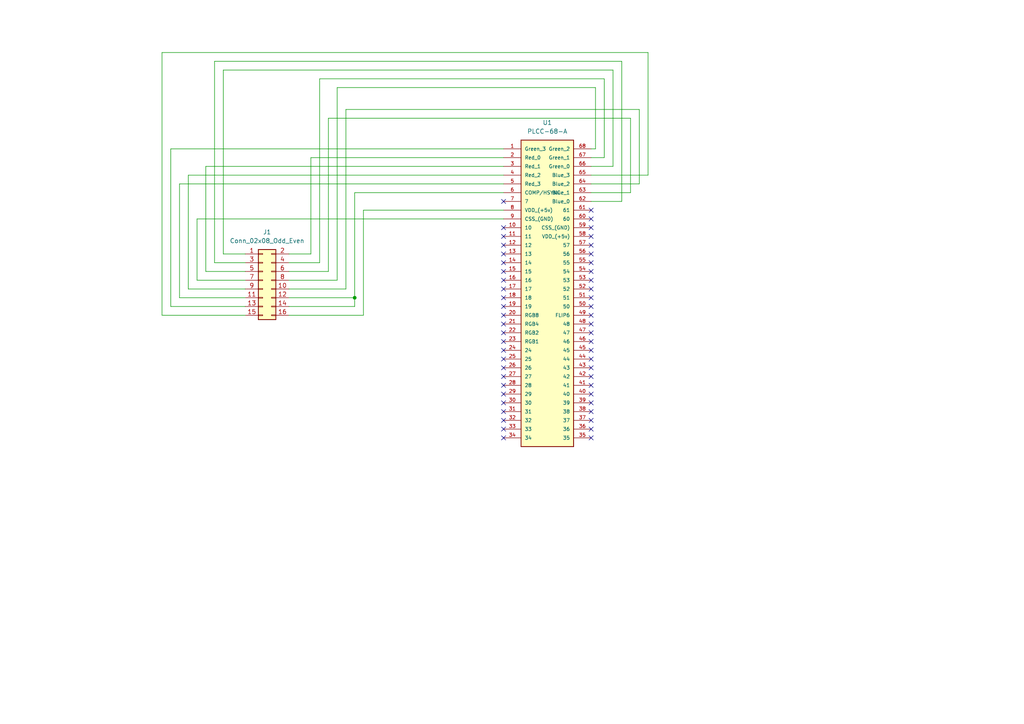
<source format=kicad_sch>
(kicad_sch (version 20230121) (generator eeschema)
  (paper "A4")
  (lib_symbols
    (symbol "Connector_Generic:Conn_02x08_Odd_Even" (pin_names (offset 1.016) hide)
      (property "Reference" "J" (at 1.27 10.16 0))
      (property "Value" "Conn_02x08_Odd_Even" (at 1.27 -12.7 0))
      (symbol "Conn_02x08_Odd_Even_1_1"
        (rectangle (start -1.27 -10.033) (end 0 -10.287) (stroke (width 0.1524)))
        (rectangle (start -1.27 -7.493) (end 0 -7.747) (stroke (width 0.1524)))
        (rectangle (start -1.27 -4.953) (end 0 -5.207) (stroke (width 0.1524)))
        (rectangle (start -1.27 -2.413) (end 0 -2.667) (stroke (width 0.1524)))
        (rectangle (start -1.27 0.127) (end 0 -0.127) (stroke (width 0.1524)))
        (rectangle (start -1.27 2.667) (end 0 2.413) (stroke (width 0.1524)))
        (rectangle (start -1.27 5.207) (end 0 4.953) (stroke (width 0.1524)))
        (rectangle (start -1.27 7.747) (end 0 7.493) (stroke (width 0.1524)))
        (rectangle (start -1.27 8.89) (end 3.81 -11.43) (stroke (width 0.254)) (fill (type background)))
        (rectangle (start 3.81 -10.033) (end 2.54 -10.287) (stroke (width 0.1524)))
        (rectangle (start 3.81 -7.493) (end 2.54 -7.747) (stroke (width 0.1524)))
        (rectangle (start 3.81 -4.953) (end 2.54 -5.207) (stroke (width 0.1524)))
        (rectangle (start 3.81 -2.413) (end 2.54 -2.667) (stroke (width 0.1524)))
        (rectangle (start 3.81 0.127) (end 2.54 -0.127) (stroke (width 0.1524)))
        (rectangle (start 3.81 2.667) (end 2.54 2.413) (stroke (width 0.1524)))
        (rectangle (start 3.81 5.207) (end 2.54 4.953) (stroke (width 0.1524)))
        (rectangle (start 3.81 7.747) (end 2.54 7.493) (stroke (width 0.1524)))
        (pin passive line (at -5.08 7.62 0) (length 3.81) (name "Pin_1") (number "1"))
        (pin passive line (at 7.62 -2.54 180) (length 3.81) (name "Pin_10") (number "10"))
        (pin passive line (at -5.08 -5.08 0) (length 3.81) (name "Pin_11") (number "11"))
        (pin passive line (at 7.62 -5.08 180) (length 3.81) (name "Pin_12") (number "12"))
        (pin passive line (at -5.08 -7.62 0) (length 3.81) (name "Pin_13") (number "13"))
        (pin passive line (at 7.62 -7.62 180) (length 3.81) (name "Pin_14") (number "14"))
        (pin passive line (at -5.08 -10.16 0) (length 3.81) (name "Pin_15") (number "15"))
        (pin passive line (at 7.62 -10.16 180) (length 3.81) (name "Pin_16") (number "16"))
        (pin passive line (at 7.62 7.62 180) (length 3.81) (name "Pin_2") (number "2"))
        (pin passive line (at -5.08 5.08 0) (length 3.81) (name "Pin_3") (number "3"))
        (pin passive line (at 7.62 5.08 180) (length 3.81) (name "Pin_4") (number "4"))
        (pin passive line (at -5.08 2.54 0) (length 3.81) (name "Pin_5") (number "5"))
        (pin passive line (at 7.62 2.54 180) (length 3.81) (name "Pin_6") (number "6"))
        (pin passive line (at -5.08 0 0) (length 3.81) (name "Pin_7") (number "7"))
        (pin passive line (at 7.62 0 180) (length 3.81) (name "Pin_8") (number "8"))
        (pin passive line (at -5.08 -2.54 0) (length 3.81) (name "Pin_9") (number "9"))
      )
    )
    (symbol "PLCC-68-A:PLCC-68-A" (pin_names (offset 1.016))
      (property "Reference" "U1" (at 0 48.26 0))
      (property "Value" "PLCC-68-A" (at 0 45.72 0))
      (symbol "PLCC-68-A_0_0"
        (rectangle (start -7.62 43.18) (end 7.62 -45.72) (stroke (width 0.254)) (fill (type background)))
        (pin passive line (at -12.7 17.78 0) (length 5.08) (name "10") (number "10"))
        (pin passive line (at -12.7 15.24 0) (length 5.08) (name "11") (number "11"))
        (pin passive line (at -12.7 12.7 0) (length 5.08) (name "12") (number "12"))
        (pin passive line (at -12.7 10.16 0) (length 5.08) (name "13") (number "13"))
        (pin passive line (at -12.7 7.62 0) (length 5.08) (name "14") (number "14"))
        (pin passive line (at -12.7 5.08 0) (length 5.08) (name "15") (number "15"))
        (pin passive line (at -12.7 2.54 0) (length 5.08) (name "16") (number "16"))
        (pin passive line (at -12.7 0 0) (length 5.08) (name "17") (number "17"))
        (pin passive line (at -12.7 -2.54 0) (length 5.08) (name "18") (number "18"))
        (pin passive line (at -12.7 -5.08 0) (length 5.08) (name "19") (number "19"))
        (pin passive line (at -12.7 -17.78 0) (length 5.08) (name "24") (number "24"))
        (pin passive line (at -12.7 -20.32 0) (length 5.08) (name "25") (number "25"))
        (pin passive line (at -12.7 -22.86 0) (length 5.08) (name "26") (number "26"))
        (pin passive line (at -12.7 -25.4 0) (length 5.08) (name "27") (number "27"))
        (pin passive line (at -12.7 -27.94 0) (length 5.08) (name "28") (number "28"))
        (pin passive line (at -12.7 -30.48 0) (length 5.08) (name "29") (number "29"))
        (pin passive line (at -12.7 -33.02 0) (length 5.08) (name "30") (number "30"))
        (pin passive line (at -12.7 -35.56 0) (length 5.08) (name "31") (number "31"))
        (pin passive line (at -12.7 -38.1 0) (length 5.08) (name "32") (number "32"))
        (pin passive line (at -12.7 -40.64 0) (length 5.08) (name "33") (number "33"))
        (pin passive line (at -12.7 -43.18 0) (length 5.08) (name "34") (number "34"))
        (pin passive line (at 12.7 -43.18 180) (length 5.08) (name "35") (number "35"))
        (pin passive line (at 12.7 -40.64 180) (length 5.08) (name "36") (number "36"))
        (pin passive line (at 12.7 -38.1 180) (length 5.08) (name "37") (number "37"))
        (pin passive line (at 12.7 -35.56 180) (length 5.08) (name "38") (number "38"))
        (pin passive line (at 12.7 -33.02 180) (length 5.08) (name "39") (number "39"))
        (pin passive line (at 12.7 -30.48 180) (length 5.08) (name "40") (number "40"))
        (pin passive line (at 12.7 -27.94 180) (length 5.08) (name "41") (number "41"))
        (pin passive line (at 12.7 -25.4 180) (length 5.08) (name "42") (number "42"))
        (pin passive line (at 12.7 -22.86 180) (length 5.08) (name "43") (number "43"))
        (pin passive line (at 12.7 -20.32 180) (length 5.08) (name "44") (number "44"))
        (pin passive line (at 12.7 -17.78 180) (length 5.08) (name "45") (number "45"))
        (pin passive line (at 12.7 -15.24 180) (length 5.08) (name "46") (number "46"))
        (pin passive line (at 12.7 -12.7 180) (length 5.08) (name "47") (number "47"))
        (pin passive line (at 12.7 -10.16 180) (length 5.08) (name "48") (number "48"))
        (pin passive line (at 12.7 -5.08 180) (length 5.08) (name "50") (number "50"))
        (pin passive line (at 12.7 -2.54 180) (length 5.08) (name "51") (number "51"))
        (pin passive line (at 12.7 0 180) (length 5.08) (name "52") (number "52"))
        (pin passive line (at 12.7 2.54 180) (length 5.08) (name "53") (number "53"))
        (pin passive line (at 12.7 5.08 180) (length 5.08) (name "54") (number "54"))
        (pin passive line (at 12.7 7.62 180) (length 5.08) (name "55") (number "55"))
        (pin passive line (at 12.7 10.16 180) (length 5.08) (name "56") (number "56"))
        (pin passive line (at 12.7 12.7 180) (length 5.08) (name "57") (number "57"))
        (pin passive line (at 12.7 20.32 180) (length 5.08) (name "60") (number "60"))
        (pin passive line (at 12.7 22.86 180) (length 5.08) (name "61") (number "61"))
        (pin passive line (at -12.7 25.4 0) (length 5.08) (name "7") (number "7"))
      )
      (symbol "PLCC-68-A_1_0"
        (pin passive line (at -12.7 40.64 0) (length 5.08) (name "Green_3") (number "1"))
        (pin passive line (at -12.7 38.1 0) (length 5.08) (name "Red_0") (number "2"))
        (pin passive line (at -12.7 -7.62 0) (length 5.08) (name "RGB8") (number "20"))
        (pin passive line (at -12.7 -10.16 0) (length 5.08) (name "RGB4") (number "21"))
        (pin passive line (at -12.7 -12.7 0) (length 5.08) (name "RGB2") (number "22"))
        (pin passive line (at -12.7 -15.24 0) (length 5.08) (name "RGB1") (number "23"))
        (pin passive line (at -12.7 35.56 0) (length 5.08) (name "Red_1") (number "3"))
        (pin passive line (at -12.7 33.02 0) (length 5.08) (name "Red_2") (number "4"))
        (pin passive line (at 12.7 -7.62 180) (length 5.08) (name "FLIP6") (number "49"))
        (pin passive line (at -12.7 30.48 0) (length 5.08) (name "Red_3") (number "5"))
        (pin passive line (at 12.7 15.24 180) (length 5.08) (name "VDD_(+5v)") (number "58"))
        (pin passive line (at 12.7 17.78 180) (length 5.08) (name "CSS_(GND)") (number "59"))
        (pin passive line (at -12.7 27.94 0) (length 5.08) (name "COMP/HSYNC") (number "6"))
        (pin passive line (at 12.7 25.4 180) (length 5.08) (name "Blue_0") (number "62"))
        (pin passive line (at 12.7 27.94 180) (length 5.08) (name "Blue_1") (number "63"))
        (pin passive line (at 12.7 30.48 180) (length 5.08) (name "Blue_2") (number "64"))
        (pin passive line (at 12.7 33.02 180) (length 5.08) (name "Blue_3") (number "65"))
        (pin passive line (at 12.7 35.56 180) (length 5.08) (name "Green_0") (number "66"))
        (pin passive line (at 12.7 38.1 180) (length 5.08) (name "Green_1") (number "67"))
        (pin passive line (at 12.7 40.64 180) (length 5.08) (name "Green_2") (number "68"))
        (pin passive line (at -12.7 22.86 0) (length 5.08) (name "VDD_(+5v)") (number "8"))
        (pin passive line (at -12.7 20.32 0) (length 5.08) (name "CSS_(GND)") (number "9"))
      )
    )
  )
  (junction (at 102.87 86.36))
  (no_connect (at 171.45 106.68))
  (no_connect (at 171.45 73.66))
  (no_connect (at 146.05 86.36))
  (no_connect (at 171.45 68.58))
  (no_connect (at 171.45 83.82))
  (no_connect (at 171.45 66.04))
  (no_connect (at 146.05 73.66))
  (no_connect (at 171.45 96.52))
  (no_connect (at 146.05 78.74))
  (no_connect (at 146.05 66.04))
  (no_connect (at 146.05 101.6))
  (no_connect (at 171.45 101.6))
  (no_connect (at 146.05 83.82))
  (no_connect (at 171.45 78.74))
  (no_connect (at 146.05 99.06))
  (no_connect (at 171.45 121.92))
  (no_connect (at 146.05 96.52))
  (no_connect (at 171.45 91.44))
  (no_connect (at 171.45 76.2))
  (no_connect (at 146.05 121.92))
  (no_connect (at 146.05 124.46))
  (no_connect (at 171.45 114.3))
  (no_connect (at 146.05 88.9))
  (no_connect (at 146.05 109.22))
  (no_connect (at 171.45 93.98))
  (no_connect (at 171.45 99.06))
  (no_connect (at 171.45 127))
  (no_connect (at 171.45 119.38))
  (no_connect (at 146.05 71.12))
  (no_connect (at 146.05 81.28))
  (no_connect (at 146.05 68.58))
  (no_connect (at 146.05 114.3))
  (no_connect (at 171.45 81.28))
  (no_connect (at 171.45 124.46))
  (no_connect (at 171.45 109.22))
  (no_connect (at 171.45 60.96))
  (no_connect (at 146.05 76.2))
  (no_connect (at 146.05 58.42))
  (no_connect (at 171.45 71.12))
  (no_connect (at 171.45 116.84))
  (no_connect (at 171.45 88.9))
  (no_connect (at 146.05 106.68))
  (no_connect (at 146.05 104.14))
  (no_connect (at 171.45 86.36))
  (no_connect (at 146.05 127))
  (no_connect (at 146.05 111.76))
  (no_connect (at 146.05 91.44))
  (no_connect (at 171.45 63.5))
  (no_connect (at 171.45 104.14))
  (no_connect (at 171.45 111.76))
  (no_connect (at 146.05 116.84))
  (no_connect (at 146.05 93.98))
  (no_connect (at 146.05 119.38))
  (wire (pts (xy 146.05 43.18) (xy 49.53 43.18)))
  (wire (pts (xy 64.77 20.32) (xy 177.8 20.32)))
  (wire (pts (xy 146.05 48.26) (xy 59.69 48.26)))
  (wire (pts (xy 46.99 15.24) (xy 46.99 91.44)))
  (wire (pts (xy 49.53 88.9) (xy 71.12 88.9)))
  (wire (pts (xy 59.69 78.74) (xy 71.12 78.74)))
  (wire (pts (xy 102.87 86.36) (xy 102.87 88.9)))
  (wire (pts (xy 90.17 45.72) (xy 90.17 73.66)))
  (wire (pts (xy 146.05 63.5) (xy 57.15 63.5)))
  (wire (pts (xy 83.82 78.74) (xy 95.25 78.74)))
  (wire (pts (xy 171.45 45.72) (xy 175.26 45.72)))
  (wire (pts (xy 177.8 20.32) (xy 177.8 48.26)))
  (wire (pts (xy 146.05 55.88) (xy 102.87 55.88)))
  (wire (pts (xy 95.25 34.29) (xy 95.25 78.74)))
  (wire (pts (xy 185.42 53.34) (xy 185.42 31.75)))
  (wire (pts (xy 52.07 86.36) (xy 71.12 86.36)))
  (wire (pts (xy 54.61 50.8) (xy 54.61 83.82)))
  (wire (pts (xy 177.8 48.26) (xy 171.45 48.26)))
  (wire (pts (xy 92.71 22.86) (xy 92.71 76.2)))
  (wire (pts (xy 171.45 50.8) (xy 187.96 50.8)))
  (wire (pts (xy 49.53 43.18) (xy 49.53 88.9)))
  (wire (pts (xy 171.45 58.42) (xy 180.34 58.42)))
  (wire (pts (xy 105.41 60.96) (xy 105.41 91.44)))
  (wire (pts (xy 102.87 55.88) (xy 102.87 86.36)))
  (wire (pts (xy 146.05 60.96) (xy 105.41 60.96)))
  (wire (pts (xy 182.88 55.88) (xy 182.88 34.29)))
  (wire (pts (xy 97.79 25.4) (xy 97.79 81.28)))
  (wire (pts (xy 46.99 91.44) (xy 71.12 91.44)))
  (wire (pts (xy 54.61 83.82) (xy 71.12 83.82)))
  (wire (pts (xy 83.82 91.44) (xy 105.41 91.44)))
  (wire (pts (xy 182.88 34.29) (xy 95.25 34.29)))
  (wire (pts (xy 57.15 63.5) (xy 57.15 81.28)))
  (wire (pts (xy 52.07 53.34) (xy 52.07 86.36)))
  (wire (pts (xy 171.45 43.18) (xy 172.72 43.18)))
  (wire (pts (xy 180.34 17.78) (xy 62.23 17.78)))
  (wire (pts (xy 180.34 58.42) (xy 180.34 17.78)))
  (wire (pts (xy 57.15 81.28) (xy 71.12 81.28)))
  (wire (pts (xy 172.72 43.18) (xy 172.72 25.4)))
  (wire (pts (xy 64.77 73.66) (xy 64.77 20.32)))
  (wire (pts (xy 146.05 45.72) (xy 90.17 45.72)))
  (wire (pts (xy 175.26 45.72) (xy 175.26 22.86)))
  (wire (pts (xy 83.82 88.9) (xy 102.87 88.9)))
  (wire (pts (xy 83.82 73.66) (xy 90.17 73.66)))
  (wire (pts (xy 146.05 50.8) (xy 54.61 50.8)))
  (wire (pts (xy 185.42 31.75) (xy 100.33 31.75)))
  (wire (pts (xy 171.45 53.34) (xy 185.42 53.34)))
  (wire (pts (xy 59.69 48.26) (xy 59.69 78.74)))
  (wire (pts (xy 100.33 31.75) (xy 100.33 83.82)))
  (wire (pts (xy 146.05 53.34) (xy 52.07 53.34)))
  (wire (pts (xy 175.26 22.86) (xy 92.71 22.86)))
  (wire (pts (xy 187.96 15.24) (xy 46.99 15.24)))
  (wire (pts (xy 171.45 55.88) (xy 182.88 55.88)))
  (wire (pts (xy 62.23 17.78) (xy 62.23 76.2)))
  (wire (pts (xy 83.82 86.36) (xy 102.87 86.36)))
  (wire (pts (xy 64.77 73.66) (xy 71.12 73.66)))
  (wire (pts (xy 83.82 83.82) (xy 100.33 83.82)))
  (wire (pts (xy 172.72 25.4) (xy 97.79 25.4)))
  (wire (pts (xy 83.82 76.2) (xy 92.71 76.2)))
  (wire (pts (xy 187.96 50.8) (xy 187.96 15.24)))
  (wire (pts (xy 62.23 76.2) (xy 71.12 76.2)))
  (wire (pts (xy 83.82 81.28) (xy 97.79 81.28)))
  (symbol (lib_id "Connector_Generic:Conn_02x08_Odd_Even") (at 76.2 81.28 0) (unit 1)
    (property "Reference" "J1" (at 77.47 67.31 0))
    (property "Value" "Conn_02x08_Odd_Even" (at 77.47 69.85 0))
  )
  (symbol (lib_id "PLCC-68-A:PLCC-68-A") (at 158.75 83.82 0) (unit 1)
    (property "Reference" "U1" (at 158.75 35.56 0))
    (property "Value" "PLCC-68-A" (at 158.75 38.1 0))
    (property "MP" "PLCC-68-A" (effects hide))
    (property "Description" "\nPLCC Series 1.27 mm Surface Mount Dip and Chip Carrier Socket\n" (effects hide))
    (property "MANUFACTURER" "Samtec" (effects hide))
  )
)
</source>
